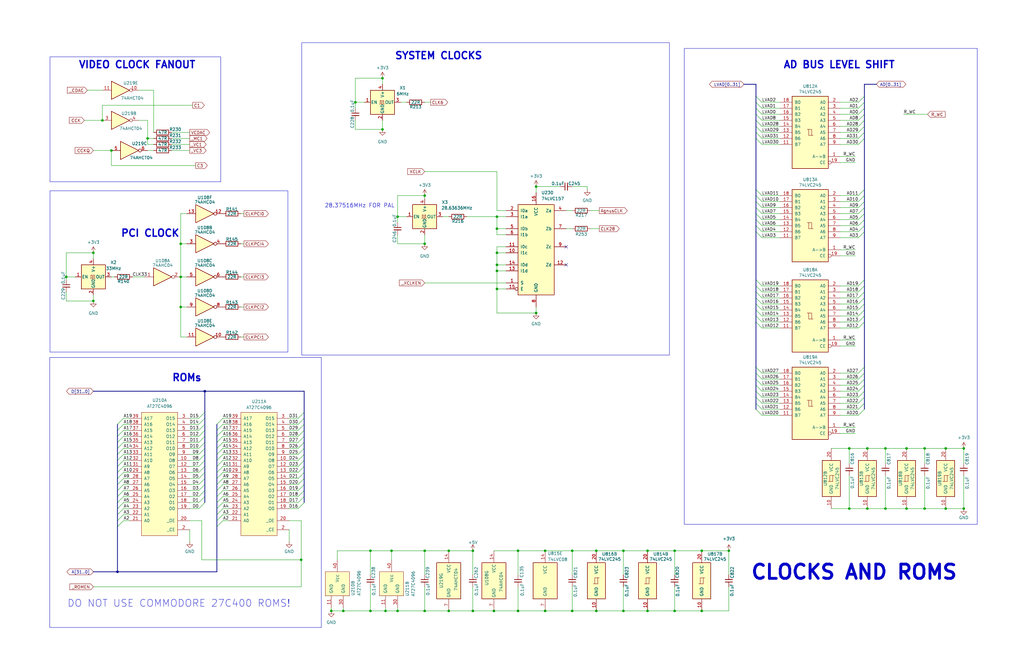
<source format=kicad_sch>
(kicad_sch (version 20231120) (generator "eeschema") (generator_version "8.0")
  (paper "B")
  (title_block (title "AMIGA PCI") (date "2025-05-24") (rev "6.0"))
  (junction (at 382.27 189.23))
  (junction (at 365.76 189.23))
  (junction (at 241.3 257.81))
  (junction (at 262.89 232.41))
  (junction (at 209.55 121.92))
  (junction (at 179.07 232.41))
  (junction (at 144.78 257.81))
  (junction (at 241.3 232.41))
  (junction (at 46.99 63.5))
  (junction (at 156.21 257.81))
  (junction (at 127 236.22))
  (junction (at 49.53 241.3))
  (junction (at 398.78 189.23))
  (junction (at 209.55 96.52))
  (junction (at 218.44 257.81))
  (junction (at 382.27 214.63))
  (junction (at 39.37 127))
  (junction (at 189.23 232.41))
  (junction (at 149.86 43.18))
  (junction (at 208.28 257.81))
  (junction (at 209.55 114.3))
  (junction (at 295.91 232.41))
  (junction (at 358.14 214.63))
  (junction (at 262.89 257.81))
  (junction (at 251.46 257.81))
  (junction (at 373.38 214.63))
  (junction (at 76.2 116.84))
  (junction (at 273.05 257.81))
  (junction (at 209.55 106.68))
  (junction (at 229.87 257.81))
  (junction (at 179.07 102.87))
  (junction (at 295.91 257.81))
  (junction (at 251.46 232.41))
  (junction (at 27.94 116.84))
  (junction (at 39.37 106.68))
  (junction (at 167.64 91.44))
  (junction (at 226.06 78.74))
  (junction (at 406.4 189.23))
  (junction (at 199.39 257.81))
  (junction (at 139.7 257.81))
  (junction (at 161.29 54.61))
  (junction (at 307.34 232.41))
  (junction (at 373.38 189.23))
  (junction (at 76.2 102.87))
  (junction (at 162.56 257.81))
  (junction (at 43.18 50.8))
  (junction (at 179.07 257.81))
  (junction (at 284.48 257.81))
  (junction (at 156.21 232.41))
  (junction (at 406.4 214.63))
  (junction (at 229.87 232.41))
  (junction (at 365.76 214.63))
  (junction (at 226.06 132.08))
  (junction (at 389.89 189.23))
  (junction (at 209.55 111.76))
  (junction (at 86.36 165.1))
  (junction (at 218.44 232.41))
  (junction (at 389.89 214.63))
  (junction (at 179.07 82.55))
  (junction (at 165.1 232.41))
  (junction (at 76.2 129.54))
  (junction (at 167.64 257.81))
  (junction (at 199.39 232.41))
  (junction (at 62.23 58.42))
  (junction (at 273.05 232.41))
  (junction (at 358.14 189.23))
  (junction (at 161.29 33.02))
  (junction (at 284.48 232.41))
  (junction (at 398.78 214.63))
  (junction (at 189.23 257.81))
  (junction (at 209.55 91.44))
  (no_connect (at 238.76 104.14))
  (no_connect (at 238.76 111.76))
  (bus_entry (at 361.95 45.72) (size 2.54 -2.54))
  (bus_entry (at 83.82 194.31) (size 2.54 -2.54))
  (bus_entry (at 93.98 214.63) (size -2.54 2.54))
  (bus_entry (at 321.31 160.02) (size -2.54 -2.54))
  (bus_entry (at 125.73 209.55) (size 2.54 -2.54))
  (bus_entry (at 93.98 194.31) (size -2.54 2.54))
  (bus_entry (at 321.31 167.64) (size -2.54 -2.54))
  (bus_entry (at 83.82 196.85) (size 2.54 -2.54))
  (bus_entry (at 83.82 204.47) (size 2.54 -2.54))
  (bus_entry (at 52.07 207.01) (size -2.54 2.54))
  (bus_entry (at 361.95 95.25) (size 2.54 -2.54))
  (bus_entry (at 93.98 207.01) (size -2.54 2.54))
  (bus_entry (at 321.31 135.89) (size -2.54 -2.54))
  (bus_entry (at 52.07 204.47) (size -2.54 2.54))
  (bus_entry (at 361.95 92.71) (size 2.54 -2.54))
  (bus_entry (at 361.95 43.18) (size 2.54 -2.54))
  (bus_entry (at 52.07 214.63) (size -2.54 2.54))
  (bus_entry (at 361.95 53.34) (size 2.54 -2.54))
  (bus_entry (at 361.95 100.33) (size 2.54 -2.54))
  (bus_entry (at 83.82 181.61) (size 2.54 -2.54))
  (bus_entry (at 361.95 165.1) (size 2.54 -2.54))
  (bus_entry (at 93.98 196.85) (size -2.54 2.54))
  (bus_entry (at 125.73 204.47) (size 2.54 -2.54))
  (bus_entry (at 321.31 85.09) (size -2.54 -2.54))
  (bus_entry (at 52.07 184.15) (size -2.54 2.54))
  (bus_entry (at 93.98 186.69) (size -2.54 2.54))
  (bus_entry (at 361.95 157.48) (size 2.54 -2.54))
  (bus_entry (at 361.95 160.02) (size 2.54 -2.54))
  (bus_entry (at 321.31 162.56) (size -2.54 -2.54))
  (bus_entry (at 83.82 186.69) (size 2.54 -2.54))
  (bus_entry (at 93.98 189.23) (size -2.54 2.54))
  (bus_entry (at 93.98 212.09) (size -2.54 2.54))
  (bus_entry (at 93.98 201.93) (size -2.54 2.54))
  (bus_entry (at 125.73 207.01) (size 2.54 -2.54))
  (bus_entry (at 321.31 53.34) (size -2.54 -2.54))
  (bus_entry (at 52.07 191.77) (size -2.54 2.54))
  (bus_entry (at 83.82 184.15) (size 2.54 -2.54))
  (bus_entry (at 52.07 194.31) (size -2.54 2.54))
  (bus_entry (at 321.31 92.71) (size -2.54 -2.54))
  (bus_entry (at 125.73 179.07) (size 2.54 -2.54))
  (bus_entry (at 52.07 212.09) (size -2.54 2.54))
  (bus_entry (at 321.31 50.8) (size -2.54 -2.54))
  (bus_entry (at 83.82 207.01) (size 2.54 -2.54))
  (bus_entry (at 52.07 176.53) (size -2.54 2.54))
  (bus_entry (at 361.95 162.56) (size 2.54 -2.54))
  (bus_entry (at 321.31 170.18) (size -2.54 -2.54))
  (bus_entry (at 93.98 219.71) (size -2.54 2.54))
  (bus_entry (at 321.31 97.79) (size -2.54 -2.54))
  (bus_entry (at 361.95 120.65) (size 2.54 -2.54))
  (bus_entry (at 52.07 181.61) (size -2.54 2.54))
  (bus_entry (at 93.98 179.07) (size -2.54 2.54))
  (bus_entry (at 83.82 179.07) (size 2.54 -2.54))
  (bus_entry (at 83.82 212.09) (size 2.54 -2.54))
  (bus_entry (at 321.31 123.19) (size -2.54 -2.54))
  (bus_entry (at 52.07 219.71) (size -2.54 2.54))
  (bus_entry (at 125.73 212.09) (size 2.54 -2.54))
  (bus_entry (at 361.95 85.09) (size 2.54 -2.54))
  (bus_entry (at 361.95 48.26) (size 2.54 -2.54))
  (bus_entry (at 52.07 196.85) (size -2.54 2.54))
  (bus_entry (at 125.73 186.69) (size 2.54 -2.54))
  (bus_entry (at 321.31 175.26) (size -2.54 -2.54))
  (bus_entry (at 52.07 209.55) (size -2.54 2.54))
  (bus_entry (at 125.73 189.23) (size 2.54 -2.54))
  (bus_entry (at 361.95 125.73) (size 2.54 -2.54))
  (bus_entry (at 93.98 191.77) (size -2.54 2.54))
  (bus_entry (at 321.31 87.63) (size -2.54 -2.54))
  (bus_entry (at 361.95 128.27) (size 2.54 -2.54))
  (bus_entry (at 321.31 45.72) (size -2.54 -2.54))
  (bus_entry (at 361.95 87.63) (size 2.54 -2.54))
  (bus_entry (at 321.31 48.26) (size -2.54 -2.54))
  (bus_entry (at 321.31 157.48) (size -2.54 -2.54))
  (bus_entry (at 361.95 130.81) (size 2.54 -2.54))
  (bus_entry (at 321.31 43.18) (size -2.54 -2.54))
  (bus_entry (at 321.31 90.17) (size -2.54 -2.54))
  (bus_entry (at 93.98 217.17) (size -2.54 2.54))
  (bus_entry (at 361.95 90.17) (size 2.54 -2.54))
  (bus_entry (at 83.82 176.53) (size 2.54 -2.54))
  (bus_entry (at 361.95 138.43) (size 2.54 -2.54))
  (bus_entry (at 361.95 82.55) (size 2.54 -2.54))
  (bus_entry (at 321.31 130.81) (size -2.54 -2.54))
  (bus_entry (at 83.82 191.77) (size 2.54 -2.54))
  (bus_entry (at 321.31 95.25) (size -2.54 -2.54))
  (bus_entry (at 321.31 125.73) (size -2.54 -2.54))
  (bus_entry (at 361.95 60.96) (size 2.54 -2.54))
  (bus_entry (at 125.73 214.63) (size 2.54 -2.54))
  (bus_entry (at 321.31 55.88) (size -2.54 -2.54))
  (bus_entry (at 321.31 172.72) (size -2.54 -2.54))
  (bus_entry (at 361.95 55.88) (size 2.54 -2.54))
  (bus_entry (at 93.98 181.61) (size -2.54 2.54))
  (bus_entry (at 361.95 135.89) (size 2.54 -2.54))
  (bus_entry (at 125.73 196.85) (size 2.54 -2.54))
  (bus_entry (at 361.95 97.79) (size 2.54 -2.54))
  (bus_entry (at 361.95 172.72) (size 2.54 -2.54))
  (bus_entry (at 125.73 184.15) (size 2.54 -2.54))
  (bus_entry (at 361.95 133.35) (size 2.54 -2.54))
  (bus_entry (at 93.98 176.53) (size -2.54 2.54))
  (bus_entry (at 361.95 175.26) (size 2.54 -2.54))
  (bus_entry (at 321.31 60.96) (size -2.54 -2.54))
  (bus_entry (at 321.31 100.33) (size -2.54 -2.54))
  (bus_entry (at 52.07 189.23) (size -2.54 2.54))
  (bus_entry (at 361.95 58.42) (size 2.54 -2.54))
  (bus_entry (at 52.07 201.93) (size -2.54 2.54))
  (bus_entry (at 321.31 138.43) (size -2.54 -2.54))
  (bus_entry (at 83.82 189.23) (size 2.54 -2.54))
  (bus_entry (at 52.07 179.07) (size -2.54 2.54))
  (bus_entry (at 93.98 204.47) (size -2.54 2.54))
  (bus_entry (at 361.95 50.8) (size 2.54 -2.54))
  (bus_entry (at 321.31 165.1) (size -2.54 -2.54))
  (bus_entry (at 52.07 186.69) (size -2.54 2.54))
  (bus_entry (at 321.31 58.42) (size -2.54 -2.54))
  (bus_entry (at 361.95 123.19) (size 2.54 -2.54))
  (bus_entry (at 125.73 194.31) (size 2.54 -2.54))
  (bus_entry (at 52.07 217.17) (size -2.54 2.54))
  (bus_entry (at 125.73 199.39) (size 2.54 -2.54))
  (bus_entry (at 321.31 82.55) (size -2.54 -2.54))
  (bus_entry (at 125.73 191.77) (size 2.54 -2.54))
  (bus_entry (at 93.98 184.15) (size -2.54 2.54))
  (bus_entry (at 93.98 209.55) (size -2.54 2.54))
  (bus_entry (at 125.73 181.61) (size 2.54 -2.54))
  (bus_entry (at 83.82 199.39) (size 2.54 -2.54))
  (bus_entry (at 321.31 133.35) (size -2.54 -2.54))
  (bus_entry (at 361.95 170.18) (size 2.54 -2.54))
  (bus_entry (at 93.98 199.39) (size -2.54 2.54))
  (bus_entry (at 361.95 167.64) (size 2.54 -2.54))
  (bus_entry (at 125.73 201.93) (size 2.54 -2.54))
  (bus_entry (at 321.31 128.27) (size -2.54 -2.54))
  (bus_entry (at 52.07 199.39) (size -2.54 2.54))
  (bus_entry (at 83.82 201.93) (size 2.54 -2.54))
  (bus_entry (at 125.73 176.53) (size 2.54 -2.54))
  (bus_entry (at 83.82 214.63) (size 2.54 -2.54))
  (bus_entry (at 321.31 120.65) (size -2.54 -2.54))
  (bus_entry (at 83.82 209.55) (size 2.54 -2.54))
  (bus (pts (xy 49.53 191.77) (xy 49.53 194.31)))
  (bus (pts (xy 86.36 165.1) (xy 128.27 165.1)))
  (wire (pts (xy 199.39 242.57) (xy 199.39 232.41)))
  (wire (pts (xy 284.48 257.81) (xy 295.91 257.81)))
  (wire (pts (xy 321.31 90.17) (xy 328.93 90.17)))
  (wire (pts (xy 321.31 45.72) (xy 328.93 45.72)))
  (bus (pts (xy 318.77 170.18) (xy 318.77 167.64)))
  (wire (pts (xy 354.33 107.95) (xy 360.68 107.95)))
  (wire (pts (xy 354.33 182.88) (xy 360.68 182.88)))
  (wire (pts (xy 167.64 256.54) (xy 167.64 257.81)))
  (wire (pts (xy 321.31 60.96) (xy 328.93 60.96)))
  (wire (pts (xy 199.39 257.81) (xy 208.28 257.81)))
  (wire (pts (xy 64.77 58.42) (xy 62.23 58.42)))
  (wire (pts (xy 101.6 90.17) (xy 102.87 90.17)))
  (wire (pts (xy 43.18 44.45) (xy 81.28 44.45)))
  (bus (pts (xy 49.53 184.15) (xy 49.53 186.69)))
  (wire (pts (xy 238.76 96.52) (xy 241.3 96.52)))
  (bus (pts (xy 91.44 196.85) (xy 91.44 199.39)))
  (bus (pts (xy 39.37 241.3) (xy 49.53 241.3)))
  (wire (pts (xy 284.48 257.81) (xy 284.48 247.65)))
  (wire (pts (xy 361.95 43.18) (xy 354.33 43.18)))
  (wire (pts (xy 179.07 232.41) (xy 189.23 232.41)))
  (wire (pts (xy 96.52 219.71) (xy 93.98 219.71)))
  (wire (pts (xy 121.92 189.23) (xy 125.73 189.23)))
  (wire (pts (xy 321.31 50.8) (xy 328.93 50.8)))
  (wire (pts (xy 149.86 33.02) (xy 161.29 33.02)))
  (wire (pts (xy 96.52 196.85) (xy 93.98 196.85)))
  (bus (pts (xy 318.77 43.18) (xy 318.77 40.64)))
  (bus (pts (xy 86.36 186.69) (xy 86.36 189.23)))
  (wire (pts (xy 62.23 58.42) (xy 62.23 60.96)))
  (wire (pts (xy 78.74 142.24) (xy 76.2 142.24)))
  (bus (pts (xy 318.77 97.79) (xy 318.77 95.25)))
  (wire (pts (xy 142.24 232.41) (xy 156.21 232.41)))
  (bus (pts (xy 318.77 162.56) (xy 318.77 160.02)))
  (bus (pts (xy 49.53 241.3) (xy 91.44 241.3)))
  (bus (pts (xy 128.27 186.69) (xy 128.27 189.23)))
  (wire (pts (xy 54.61 184.15) (xy 52.07 184.15)))
  (bus (pts (xy 364.49 172.72) (xy 364.49 170.18)))
  (bus (pts (xy 364.49 160.02) (xy 364.49 157.48)))
  (wire (pts (xy 179.07 247.65) (xy 179.07 257.81)))
  (wire (pts (xy 121.92 186.69) (xy 125.73 186.69)))
  (bus (pts (xy 364.49 95.25) (xy 364.49 92.71)))
  (wire (pts (xy 189.23 232.41) (xy 199.39 232.41)))
  (wire (pts (xy 161.29 33.02) (xy 161.29 35.56)))
  (bus (pts (xy 49.53 222.25) (xy 49.53 241.3)))
  (wire (pts (xy 241.3 232.41) (xy 229.87 232.41)))
  (wire (pts (xy 358.14 189.23) (xy 365.76 189.23)))
  (wire (pts (xy 361.95 87.63) (xy 354.33 87.63)))
  (wire (pts (xy 101.6 142.24) (xy 102.87 142.24)))
  (wire (pts (xy 78.74 90.17) (xy 76.2 90.17)))
  (bus (pts (xy 49.53 201.93) (xy 49.53 204.47)))
  (wire (pts (xy 80.01 194.31) (xy 83.82 194.31)))
  (bus (pts (xy 364.49 125.73) (xy 364.49 123.19)))
  (wire (pts (xy 80.01 209.55) (xy 83.82 209.55)))
  (wire (pts (xy 209.55 72.39) (xy 179.07 72.39)))
  (bus (pts (xy 364.49 170.18) (xy 364.49 167.64)))
  (wire (pts (xy 361.95 170.18) (xy 354.33 170.18)))
  (bus (pts (xy 49.53 214.63) (xy 49.53 217.17)))
  (bus (pts (xy 318.77 58.42) (xy 318.77 55.88)))
  (wire (pts (xy 361.95 95.25) (xy 354.33 95.25)))
  (wire (pts (xy 39.37 106.68) (xy 39.37 109.22)))
  (wire (pts (xy 361.95 172.72) (xy 354.33 172.72)))
  (bus (pts (xy 91.44 181.61) (xy 91.44 184.15)))
  (wire (pts (xy 218.44 232.41) (xy 229.87 232.41)))
  (bus (pts (xy 128.27 199.39) (xy 128.27 201.93)))
  (wire (pts (xy 186.69 91.44) (xy 189.23 91.44)))
  (wire (pts (xy 252.73 96.52) (xy 248.92 96.52)))
  (bus (pts (xy 318.77 85.09) (xy 318.77 82.55)))
  (wire (pts (xy 361.95 58.42) (xy 354.33 58.42)))
  (wire (pts (xy 389.89 200.66) (xy 389.89 214.63)))
  (wire (pts (xy 96.52 179.07) (xy 93.98 179.07)))
  (bus (pts (xy 128.27 209.55) (xy 128.27 212.09)))
  (bus (pts (xy 364.49 123.19) (xy 364.49 120.65)))
  (wire (pts (xy 121.92 184.15) (xy 125.73 184.15)))
  (wire (pts (xy 209.55 88.9) (xy 213.36 88.9)))
  (wire (pts (xy 162.56 257.81) (xy 167.64 257.81)))
  (bus (pts (xy 128.27 196.85) (xy 128.27 199.39)))
  (wire (pts (xy 350.52 189.23) (xy 358.14 189.23)))
  (wire (pts (xy 31.75 116.84) (xy 27.94 116.84)))
  (bus (pts (xy 364.49 154.94) (xy 364.49 135.89)))
  (bus (pts (xy 128.27 204.47) (xy 128.27 207.01)))
  (wire (pts (xy 27.94 106.68) (xy 39.37 106.68)))
  (wire (pts (xy 209.55 121.92) (xy 209.55 132.08)))
  (wire (pts (xy 80.01 181.61) (xy 83.82 181.61)))
  (wire (pts (xy 121.92 199.39) (xy 125.73 199.39)))
  (bus (pts (xy 364.49 92.71) (xy 364.49 90.17)))
  (wire (pts (xy 307.34 242.57) (xy 307.34 232.41)))
  (bus (pts (xy 318.77 165.1) (xy 318.77 162.56)))
  (wire (pts (xy 218.44 257.81) (xy 229.87 257.81)))
  (bus (pts (xy 318.77 125.73) (xy 318.77 123.19)))
  (wire (pts (xy 80.01 196.85) (xy 83.82 196.85)))
  (wire (pts (xy 171.45 91.44) (xy 167.64 91.44)))
  (wire (pts (xy 153.67 43.18) (xy 149.86 43.18)))
  (wire (pts (xy 121.92 204.47) (xy 125.73 204.47)))
  (wire (pts (xy 273.05 257.81) (xy 284.48 257.81)))
  (wire (pts (xy 179.07 232.41) (xy 179.07 242.57)))
  (wire (pts (xy 321.31 120.65) (xy 328.93 120.65)))
  (wire (pts (xy 39.37 63.5) (xy 46.99 63.5)))
  (wire (pts (xy 43.18 50.8) (xy 43.18 44.45)))
  (wire (pts (xy 96.52 191.77) (xy 93.98 191.77)))
  (bus (pts (xy 318.77 118.11) (xy 318.77 97.79)))
  (wire (pts (xy 321.31 55.88) (xy 328.93 55.88)))
  (wire (pts (xy 209.55 111.76) (xy 209.55 114.3)))
  (wire (pts (xy 27.94 127) (xy 39.37 127)))
  (wire (pts (xy 168.91 43.18) (xy 171.45 43.18)))
  (wire (pts (xy 213.36 104.14) (xy 209.55 104.14)))
  (wire (pts (xy 361.95 100.33) (xy 354.33 100.33)))
  (wire (pts (xy 80.01 204.47) (xy 83.82 204.47)))
  (wire (pts (xy 27.94 116.84) (xy 27.94 106.68)))
  (wire (pts (xy 321.31 165.1) (xy 328.93 165.1)))
  (bus (pts (xy 318.77 160.02) (xy 318.77 157.48)))
  (bus (pts (xy 364.49 135.89) (xy 364.49 133.35)))
  (wire (pts (xy 96.52 189.23) (xy 93.98 189.23)))
  (wire (pts (xy 36.83 38.1) (xy 43.18 38.1)))
  (bus (pts (xy 318.77 133.35) (xy 318.77 130.81)))
  (wire (pts (xy 127 236.22) (xy 127 219.71)))
  (wire (pts (xy 209.55 114.3) (xy 213.36 114.3)))
  (wire (pts (xy 365.76 189.23) (xy 373.38 189.23)))
  (bus (pts (xy 128.27 194.31) (xy 128.27 196.85)))
  (wire (pts (xy 80.01 191.77) (xy 83.82 191.77)))
  (wire (pts (xy 165.1 232.41) (xy 179.07 232.41)))
  (bus (pts (xy 91.44 191.77) (xy 91.44 194.31)))
  (wire (pts (xy 241.3 232.41) (xy 251.46 232.41)))
  (bus (pts (xy 49.53 181.61) (xy 49.53 184.15)))
  (wire (pts (xy 361.95 125.73) (xy 354.33 125.73)))
  (wire (pts (xy 262.89 257.81) (xy 262.89 247.65)))
  (wire (pts (xy 398.78 189.23) (xy 406.4 189.23)))
  (wire (pts (xy 321.31 170.18) (xy 328.93 170.18)))
  (wire (pts (xy 321.31 100.33) (xy 328.93 100.33)))
  (wire (pts (xy 167.64 91.44) (xy 167.64 82.55)))
  (wire (pts (xy 361.95 138.43) (xy 354.33 138.43)))
  (bus (pts (xy 318.77 48.26) (xy 318.77 45.72)))
  (bus (pts (xy 364.49 120.65) (xy 364.49 118.11)))
  (wire (pts (xy 361.95 130.81) (xy 354.33 130.81)))
  (bus (pts (xy 128.27 179.07) (xy 128.27 181.61)))
  (wire (pts (xy 209.55 96.52) (xy 209.55 91.44)))
  (wire (pts (xy 321.31 130.81) (xy 328.93 130.81)))
  (wire (pts (xy 373.38 189.23) (xy 373.38 195.58)))
  (wire (pts (xy 382.27 214.63) (xy 389.89 214.63)))
  (wire (pts (xy 54.61 219.71) (xy 52.07 219.71)))
  (bus (pts (xy 91.44 207.01) (xy 91.44 209.55)))
  (wire (pts (xy 27.94 123.19) (xy 27.94 127)))
  (wire (pts (xy 321.31 87.63) (xy 328.93 87.63)))
  (wire (pts (xy 358.14 214.63) (xy 358.14 200.66)))
  (wire (pts (xy 72.39 55.88) (xy 80.01 55.88)))
  (wire (pts (xy 321.31 43.18) (xy 328.93 43.18)))
  (wire (pts (xy 101.6 129.54) (xy 102.87 129.54)))
  (wire (pts (xy 96.52 194.31) (xy 93.98 194.31)))
  (bus (pts (xy 318.77 135.89) (xy 318.77 133.35)))
  (bus (pts (xy 318.77 82.55) (xy 318.77 80.01)))
  (wire (pts (xy 80.01 223.52) (xy 80.01 228.6)))
  (wire (pts (xy 321.31 53.34) (xy 328.93 53.34)))
  (wire (pts (xy 321.31 160.02) (xy 328.93 160.02)))
  (wire (pts (xy 218.44 247.65) (xy 218.44 257.81)))
  (wire (pts (xy 358.14 195.58) (xy 358.14 189.23)))
  (bus (pts (xy 39.37 165.1) (xy 86.36 165.1)))
  (wire (pts (xy 80.01 214.63) (xy 83.82 214.63)))
  (wire (pts (xy 121.92 176.53) (xy 125.73 176.53)))
  (wire (pts (xy 321.31 167.64) (xy 328.93 167.64)))
  (wire (pts (xy 121.92 219.71) (xy 127 219.71)))
  (wire (pts (xy 321.31 175.26) (xy 328.93 175.26)))
  (wire (pts (xy 156.21 257.81) (xy 162.56 257.81)))
  (wire (pts (xy 80.01 179.07) (xy 83.82 179.07)))
  (wire (pts (xy 389.89 189.23) (xy 389.89 195.58)))
  (wire (pts (xy 199.39 247.65) (xy 199.39 257.81)))
  (wire (pts (xy 321.31 95.25) (xy 328.93 95.25)))
  (wire (pts (xy 361.95 53.34) (xy 354.33 53.34)))
  (bus (pts (xy 364.49 58.42) (xy 364.49 55.88)))
  (wire (pts (xy 72.39 58.42) (xy 80.01 58.42)))
  (wire (pts (xy 262.89 242.57) (xy 262.89 232.41)))
  (bus (pts (xy 318.77 40.64) (xy 318.77 35.56)))
  (wire (pts (xy 121.92 209.55) (xy 125.73 209.55)))
  (bus (pts (xy 313.69 35.56) (xy 318.77 35.56)))
  (wire (pts (xy 365.76 214.63) (xy 373.38 214.63)))
  (wire (pts (xy 149.86 43.18) (xy 149.86 33.02)))
  (bus (pts (xy 318.77 120.65) (xy 318.77 118.11)))
  (wire (pts (xy 80.01 176.53) (xy 83.82 176.53)))
  (bus (pts (xy 364.49 128.27) (xy 364.49 125.73)))
  (wire (pts (xy 262.89 232.41) (xy 251.46 232.41)))
  (bus (pts (xy 86.36 194.31) (xy 86.36 196.85)))
  (wire (pts (xy 96.52 207.01) (xy 93.98 207.01)))
  (wire (pts (xy 76.2 142.24) (xy 76.2 129.54)))
  (bus (pts (xy 318.77 53.34) (xy 318.77 50.8)))
  (wire (pts (xy 80.01 212.09) (xy 83.82 212.09)))
  (bus (pts (xy 364.49 43.18) (xy 364.49 40.64)))
  (wire (pts (xy 76.2 129.54) (xy 76.2 116.84)))
  (wire (pts (xy 96.52 199.39) (xy 93.98 199.39)))
  (wire (pts (xy 361.95 85.09) (xy 354.33 85.09)))
  (wire (pts (xy 121.92 181.61) (xy 125.73 181.61)))
  (wire (pts (xy 321.31 48.26) (xy 328.93 48.26)))
  (wire (pts (xy 321.31 128.27) (xy 328.93 128.27)))
  (wire (pts (xy 96.52 184.15) (xy 93.98 184.15)))
  (wire (pts (xy 58.42 38.1) (xy 64.77 38.1)))
  (wire (pts (xy 54.61 199.39) (xy 52.07 199.39)))
  (wire (pts (xy 55.88 116.84) (xy 60.96 116.84)))
  (wire (pts (xy 361.95 128.27) (xy 354.33 128.27)))
  (bus (pts (xy 86.36 181.61) (xy 86.36 184.15)))
  (wire (pts (xy 54.61 191.77) (xy 52.07 191.77)))
  (bus (pts (xy 318.77 80.01) (xy 318.77 58.42)))
  (bus (pts (xy 49.53 209.55) (xy 49.53 212.09)))
  (wire (pts (xy 361.95 50.8) (xy 354.33 50.8)))
  (wire (pts (xy 361.95 123.19) (xy 354.33 123.19)))
  (bus (pts (xy 128.27 184.15) (xy 128.27 186.69)))
  (wire (pts (xy 149.86 54.61) (xy 161.29 54.61)))
  (wire (pts (xy 241.3 78.74) (xy 247.65 78.74)))
  (bus (pts (xy 49.53 186.69) (xy 49.53 189.23)))
  (wire (pts (xy 361.95 167.64) (xy 354.33 167.64)))
  (wire (pts (xy 139.7 257.81) (xy 144.78 257.81)))
  (wire (pts (xy 62.23 58.42) (xy 62.23 50.8)))
  (bus (pts (xy 49.53 179.07) (xy 49.53 181.61)))
  (bus (pts (xy 364.49 167.64) (xy 364.49 165.1)))
  (bus (pts (xy 364.49 55.88) (xy 364.49 53.34)))
  (wire (pts (xy 361.95 157.48) (xy 354.33 157.48)))
  (bus (pts (xy 364.49 45.72) (xy 364.49 43.18)))
  (wire (pts (xy 209.55 132.08) (xy 226.06 132.08)))
  (wire (pts (xy 80.01 189.23) (xy 83.82 189.23)))
  (wire (pts (xy 226.06 78.74) (xy 236.22 78.74)))
  (wire (pts (xy 165.1 232.41) (xy 165.1 236.22)))
  (wire (pts (xy 179.07 82.55) (xy 179.07 83.82)))
  (wire (pts (xy 72.39 60.96) (xy 80.01 60.96)))
  (wire (pts (xy 361.95 175.26) (xy 354.33 175.26)))
  (wire (pts (xy 54.61 189.23) (xy 52.07 189.23)))
  (wire (pts (xy 209.55 99.06) (xy 209.55 96.52)))
  (bus (pts (xy 91.44 184.15) (xy 91.44 186.69)))
  (wire (pts (xy 226.06 132.08) (xy 226.06 129.54)))
  (wire (pts (xy 241.3 257.81) (xy 251.46 257.81)))
  (wire (pts (xy 321.31 82.55) (xy 328.93 82.55)))
  (wire (pts (xy 80.01 199.39) (xy 83.82 199.39)))
  (bus (pts (xy 86.36 179.07) (xy 86.36 181.61)))
  (wire (pts (xy 96.52 186.69) (xy 93.98 186.69)))
  (wire (pts (xy 321.31 162.56) (xy 328.93 162.56)))
  (wire (pts (xy 54.61 217.17) (xy 52.07 217.17)))
  (wire (pts (xy 167.64 91.44) (xy 167.64 93.98)))
  (wire (pts (xy 284.48 232.41) (xy 273.05 232.41)))
  (wire (pts (xy 373.38 214.63) (xy 382.27 214.63)))
  (bus (pts (xy 91.44 222.25) (xy 91.44 241.3)))
  (wire (pts (xy 321.31 97.79) (xy 328.93 97.79)))
  (bus (pts (xy 318.77 90.17) (xy 318.77 87.63)))
  (bus (pts (xy 128.27 201.93) (xy 128.27 204.47)))
  (wire (pts (xy 96.52 217.17) (xy 93.98 217.17)))
  (bus (pts (xy 91.44 199.39) (xy 91.44 201.93)))
  (wire (pts (xy 54.61 201.93) (xy 52.07 201.93)))
  (wire (pts (xy 80.01 186.69) (xy 83.82 186.69)))
  (wire (pts (xy 167.64 82.55) (xy 179.07 82.55)))
  (wire (pts (xy 179.07 119.38) (xy 213.36 119.38)))
  (wire (pts (xy 251.46 257.81) (xy 262.89 257.81)))
  (wire (pts (xy 121.92 207.01) (xy 125.73 207.01)))
  (wire (pts (xy 354.33 66.04) (xy 360.68 66.04)))
  (wire (pts (xy 361.95 162.56) (xy 354.33 162.56)))
  (wire (pts (xy 167.64 99.06) (xy 167.64 102.87)))
  (wire (pts (xy 121.92 214.63) (xy 125.73 214.63)))
  (bus (pts (xy 49.53 189.23) (xy 49.53 191.77)))
  (wire (pts (xy 373.38 189.23) (xy 382.27 189.23)))
  (wire (pts (xy 354.33 105.41) (xy 360.68 105.41)))
  (bus (pts (xy 318.77 87.63) (xy 318.77 85.09)))
  (bus (pts (xy 49.53 196.85) (xy 49.53 199.39)))
  (wire (pts (xy 179.07 257.81) (xy 189.23 257.81)))
  (bus (pts (xy 49.53 199.39) (xy 49.53 201.93)))
  (bus (pts (xy 86.36 204.47) (xy 86.36 207.01)))
  (bus (pts (xy 86.36 184.15) (xy 86.36 186.69)))
  (wire (pts (xy 241.3 257.81) (xy 241.3 247.65)))
  (wire (pts (xy 361.95 135.89) (xy 354.33 135.89)))
  (wire (pts (xy 96.52 181.61) (xy 93.98 181.61)))
  (bus (pts (xy 49.53 217.17) (xy 49.53 219.71)))
  (bus (pts (xy 49.53 212.09) (xy 49.53 214.63)))
  (bus (pts (xy 49.53 219.71) (xy 49.53 222.25)))
  (bus (pts (xy 86.36 189.23) (xy 86.36 191.77)))
  (wire (pts (xy 361.95 60.96) (xy 354.33 60.96)))
  (wire (pts (xy 96.52 214.63) (xy 93.98 214.63)))
  (bus (pts (xy 364.49 82.55) (xy 364.49 80.01)))
  (wire (pts (xy 54.61 186.69) (xy 52.07 186.69)))
  (bus (pts (xy 364.49 87.63) (xy 364.49 85.09)))
  (wire (pts (xy 354.33 180.34) (xy 360.68 180.34)))
  (wire (pts (xy 46.99 116.84) (xy 48.26 116.84)))
  (bus (pts (xy 86.36 165.1) (xy 86.36 173.99)))
  (wire (pts (xy 406.4 195.58) (xy 406.4 189.23)))
  (wire (pts (xy 209.55 72.39) (xy 209.55 88.9)))
  (bus (pts (xy 49.53 204.47) (xy 49.53 207.01)))
  (bus (pts (xy 364.49 130.81) (xy 364.49 128.27)))
  (bus (pts (xy 91.44 194.31) (xy 91.44 196.85)))
  (bus (pts (xy 318.77 172.72) (xy 318.77 170.18)))
  (bus (pts (xy 364.49 85.09) (xy 364.49 82.55)))
  (bus (pts (xy 86.36 173.99) (xy 86.36 176.53)))
  (bus (pts (xy 318.77 130.81) (xy 318.77 128.27)))
  (wire (pts (xy 321.31 138.43) (xy 328.93 138.43)))
  (wire (pts (xy 361.95 97.79) (xy 354.33 97.79)))
  (wire (pts (xy 389.89 214.63) (xy 398.78 214.63)))
  (wire (pts (xy 209.55 111.76) (xy 213.36 111.76)))
  (wire (pts (xy 218.44 232.41) (xy 218.44 242.57)))
  (wire (pts (xy 121.92 194.31) (xy 125.73 194.31)))
  (wire (pts (xy 72.39 63.5) (xy 80.01 63.5)))
  (wire (pts (xy 46.99 69.85) (xy 46.99 63.5)))
  (bus (pts (xy 128.27 181.61) (xy 128.27 184.15)))
  (bus (pts (xy 318.77 45.72) (xy 318.77 43.18)))
  (wire (pts (xy 321.31 135.89) (xy 328.93 135.89)))
  (wire (pts (xy 354.33 143.51) (xy 360.68 143.51)))
  (bus (pts (xy 364.49 40.64) (xy 364.49 35.56)))
  (bus (pts (xy 86.36 191.77) (xy 86.36 194.31)))
  (bus (pts (xy 91.44 189.23) (xy 91.44 191.77)))
  (wire (pts (xy 85.09 236.22) (xy 127 236.22)))
  (bus (pts (xy 364.49 48.26) (xy 364.49 45.72)))
  (bus (pts (xy 364.49 157.48) (xy 364.49 154.94)))
  (wire (pts (xy 208.28 257.81) (xy 218.44 257.81)))
  (wire (pts (xy 80.01 184.15) (xy 83.82 184.15)))
  (wire (pts (xy 262.89 257.81) (xy 273.05 257.81)))
  (bus (pts (xy 128.27 173.99) (xy 128.27 165.1)))
  (bus (pts (xy 364.49 97.79) (xy 364.49 95.25)))
  (bus (pts (xy 364.49 53.34) (xy 364.49 50.8)))
  (wire (pts (xy 121.92 196.85) (xy 125.73 196.85)))
  (wire (pts (xy 58.42 50.8) (xy 62.23 50.8)))
  (wire (pts (xy 209.55 114.3) (xy 209.55 121.92)))
  (bus (pts (xy 91.44 201.93) (xy 91.44 204.47)))
  (wire (pts (xy 76.2 102.87) (xy 76.2 116.84)))
  (wire (pts (xy 209.55 91.44) (xy 213.36 91.44)))
  (wire (pts (xy 127 247.65) (xy 39.37 247.65)))
  (bus (pts (xy 318.77 55.88) (xy 318.77 53.34)))
  (wire (pts (xy 156.21 232.41) (xy 156.21 242.57)))
  (bus (pts (xy 318.77 95.25) (xy 318.77 92.71)))
  (wire (pts (xy 54.61 194.31) (xy 52.07 194.31)))
  (wire (pts (xy 307.34 257.81) (xy 307.34 247.65)))
  (wire (pts (xy 96.52 212.09) (xy 93.98 212.09)))
  (bus (pts (xy 128.27 176.53) (xy 128.27 179.07)))
  (wire (pts (xy 96.52 204.47) (xy 93.98 204.47)))
  (wire (pts (xy 179.07 99.06) (xy 179.07 102.87)))
  (wire (pts (xy 229.87 257.81) (xy 241.3 257.81)))
  (bus (pts (xy 364.49 162.56) (xy 364.49 160.02)))
  (wire (pts (xy 262.89 232.41) (xy 273.05 232.41)))
  (wire (pts (xy 76.2 116.84) (xy 78.74 116.84)))
  (bus (pts (xy 364.49 133.35) (xy 364.49 130.81)))
  (wire (pts (xy 167.64 257.81) (xy 179.07 257.81)))
  (wire (pts (xy 96.52 176.53) (xy 93.98 176.53)))
  (wire (pts (xy 354.33 146.05) (xy 360.68 146.05)))
  (bus (pts (xy 364.49 80.01) (xy 364.49 58.42)))
  (wire (pts (xy 208.28 232.41) (xy 218.44 232.41)))
  (wire (pts (xy 35.56 50.8) (xy 43.18 50.8)))
  (wire (pts (xy 142.24 232.41) (xy 142.24 236.22)))
  (wire (pts (xy 196.85 91.44) (xy 209.55 91.44)))
  (bus (pts (xy 318.77 128.27) (xy 318.77 125.73)))
  (wire (pts (xy 321.31 92.71) (xy 328.93 92.71)))
  (wire (pts (xy 162.56 256.54) (xy 162.56 257.81)))
  (wire (pts (xy 321.31 133.35) (xy 328.93 133.35)))
  (bus (pts (xy 91.44 204.47) (xy 91.44 207.01)))
  (bus (pts (xy 91.44 217.17) (xy 91.44 219.71)))
  (wire (pts (xy 382.27 189.23) (xy 389.89 189.23)))
  (wire (pts (xy 76.2 90.17) (xy 76.2 102.87)))
  (bus (pts (xy 91.44 219.71) (xy 91.44 222.25)))
  (wire (pts (xy 127 247.65) (xy 127 236.22)))
  (bus (pts (xy 318.77 154.94) (xy 318.77 135.89)))
  (wire (pts (xy 96.52 201.93) (xy 93.98 201.93)))
  (wire (pts (xy 389.89 189.23) (xy 398.78 189.23)))
  (wire (pts (xy 241.3 88.9) (xy 238.76 88.9)))
  (wire (pts (xy 149.86 43.18) (xy 149.86 45.72)))
  (bus (pts (xy 49.53 194.31) (xy 49.53 196.85)))
  (bus (pts (xy 364.49 118.11) (xy 364.49 97.79)))
  (bus (pts (xy 318.77 50.8) (xy 318.77 48.26)))
  (bus (pts (xy 364.49 90.17) (xy 364.49 87.63)))
  (bus (pts (xy 128.27 189.23) (xy 128.27 191.77)))
  (wire (pts (xy 361.95 160.02) (xy 354.33 160.02)))
  (bus (pts (xy 86.36 201.93) (xy 86.36 204.47)))
  (wire (pts (xy 213.36 121.92) (xy 209.55 121.92)))
  (wire (pts (xy 80.01 207.01) (xy 83.82 207.01)))
  (wire (pts (xy 252.73 88.9) (xy 248.92 88.9)))
  (wire (pts (xy 406.4 200.66) (xy 406.4 214.63)))
  (wire (pts (xy 398.78 214.63) (xy 406.4 214.63)))
  (wire (pts (xy 307.34 232.41) (xy 295.91 232.41)))
  (wire (pts (xy 54.61 207.01) (xy 52.07 207.01)))
  (bus (pts (xy 91.44 214.63) (xy 91.44 217.17)))
  (wire (pts (xy 64.77 38.1) (xy 64.77 55.88)))
  (wire (pts (xy 27.94 116.84) (xy 27.94 118.11)))
  (bus (pts (xy 128.27 207.01) (xy 128.27 209.55)))
  (wire (pts (xy 247.65 78.74) (xy 247.65 80.01)))
  (wire (pts (xy 209.55 106.68) (xy 209.55 111.76)))
  (wire (pts (xy 139.7 256.54) (xy 139.7 257.81)))
  (wire (pts (xy 54.61 214.63) (xy 52.07 214.63)))
  (wire (pts (xy 321.31 58.42) (xy 328.93 58.42)))
  (wire (pts (xy 361.95 92.71) (xy 354.33 92.71)))
  (wire (pts (xy 179.07 43.18) (xy 181.61 43.18)))
  (wire (pts (xy 321.31 157.48) (xy 328.93 157.48)))
  (wire (pts (xy 361.95 90.17) (xy 354.33 90.17)))
  (wire (pts (xy 121.92 191.77) (xy 125.73 191.77)))
  (wire (pts (xy 62.23 60.96) (xy 64.77 60.96)))
  (bus (pts (xy 86.36 176.53) (xy 86.36 179.07)))
  (wire (pts (xy 361.95 55.88) (xy 354.33 55.88)))
  (bus (pts (xy 91.44 186.69) (xy 91.44 189.23)))
  (wire (pts (xy 209.55 106.68) (xy 213.36 106.68)))
  (bus (pts (xy 364.49 50.8) (xy 364.49 48.26)))
  (bus (pts (xy 86.36 209.55) (xy 86.36 212.09)))
  (wire (pts (xy 101.6 116.84) (xy 102.87 116.84)))
  (wire (pts (xy 213.36 96.52) (xy 209.55 96.52)))
  (wire (pts (xy 121.92 212.09) (xy 125.73 212.09)))
  (bus (pts (xy 91.44 179.07) (xy 91.44 181.61)))
  (wire (pts (xy 295.91 257.81) (xy 307.34 257.81)))
  (wire (pts (xy 199.39 257.81) (xy 189.23 257.81)))
  (wire (pts (xy 350.52 214.63) (xy 358.14 214.63)))
  (wire (pts (xy 64.77 63.5) (xy 62.23 63.5)))
  (wire (pts (xy 121.92 179.07) (xy 125.73 179.07)))
  (wire (pts (xy 361.95 45.72) (xy 354.33 45.72)))
  (wire (pts (xy 39.37 124.46) (xy 39.37 127)))
  (bus (pts (xy 364.49 165.1) (xy 364.49 162.56)))
  (wire (pts (xy 149.86 50.8) (xy 149.86 54.61)))
  (wire (pts (xy 85.09 219.71) (xy 85.09 236.22)))
  (wire (pts (xy 80.01 219.71) (xy 85.09 219.71)))
  (wire (pts (xy 284.48 232.41) (xy 295.91 232.41)))
  (wire (pts (xy 361.95 48.26) (xy 354.33 48.26)))
  (wire (pts (xy 156.21 232.41) (xy 165.1 232.41)))
  (wire (pts (xy 321.31 125.73) (xy 328.93 125.73)))
  (wire (pts (xy 101.6 102.87) (xy 102.87 102.87)))
  (bus (pts (xy 318.77 92.71) (xy 318.77 90.17)))
  (bus (pts (xy 318.77 167.64) (xy 318.77 165.1)))
  (wire (pts (xy 321.31 123.19) (xy 328.93 123.19)))
  (wire (pts (xy 391.16 48.26) (xy 381 48.26)))
  (wire (pts (xy 54.61 196.85) (xy 52.07 196.85)))
  (wire (pts (xy 161.29 50.8) (xy 161.29 54.61)))
  (bus (pts (xy 318.77 123.19) (xy 318.77 120.65)))
  (bus (pts (xy 86.36 207.01) (xy 86.36 209.55)))
  (wire (pts (xy 213.36 99.06) (xy 209.55 99.06)))
  (wire (pts (xy 361.95 82.55) (xy 354.33 82.55)))
  (bus (pts (xy 364.49 35.56) (xy 369.57 35.56)))
  (bus (pts (xy 128.27 173.99) (xy 128.27 176.53)))
  (wire (pts (xy 54.61 209.55) (xy 52.07 209.55)))
  (bus (pts (xy 318.77 157.48) (xy 318.77 154.94)))
  (wire (pts (xy 144.78 257.81) (xy 156.21 257.81)))
  (wire (pts (xy 284.48 242.57) (xy 284.48 232.41)))
  (wire (pts (xy 121.92 201.93) (xy 125.73 201.93)))
  (wire (pts (xy 76.2 129.54) (xy 78.74 129.54)))
  (wire (pts (xy 96.52 209.55) (xy 93.98 209.55)))
  (wire (pts (xy 241.3 242.57) (xy 241.3 232.41)))
  (bus (pts (xy 86.36 199.39) (xy 86.36 201.93)))
  (wire (pts (xy 156.21 247.65) (xy 156.21 257.81)))
  (wire (pts (xy 358.14 214.63) (xy 365.76 214.63)))
  (wire (pts (xy 209.55 104.14) (xy 209.55 106.68)))
  (wire (pts (xy 226.06 78.74) (xy 226.06 81.28)))
  (wire (pts (xy 76.2 102.87) (xy 78.74 102.87)))
  (bus (pts (xy 49.53 207.01) (xy 49.53 209.55)))
  (bus (pts (xy 128.27 191.77) (xy 128.27 194.31)))
  (wire (pts (xy 144.78 256.54) (xy 144.78 257.81)))
  (wire (pts (xy 167.64 102.87) (xy 179.07 102.87)))
  (wire (pts (xy 54.61 181.61) (xy 52.07 181.61)))
  (wire (pts (xy 321.31 85.09) (xy 328.93 85.09)))
  (wire (pts (xy 361.95 120.65) (xy 354.33 120.65)))
  (wire (pts (xy 361.95 165.1) (xy 354.33 165.1)))
  (wire (pts (xy 46.99 69.85) (xy 82.55 69.85)))
  (wire (pts (xy 361.95 133.35) (xy 354.33 133.35)))
  (bus (pts (xy 91.44 209.55) (xy 91.44 212.09)))
  (wire (pts (xy 54.61 179.07) (xy 52.07 179.07)))
  (bus (pts (xy 86.36 196.85) (xy 86.36 199.39)))
  (wire (pts (xy 80.01 201.93) (xy 83.82 201.93)))
  (wire (pts (xy 354.33 68.58) (xy 360.68 68.58)))
  (wire (pts (xy 54.61 204.47) (xy 52.07 204.47)))
  (wire (pts (xy 54.61 176.53) (xy 52.07 176.53)))
  (wire (pts (xy 321.31 172.72) (xy 328.93 172.72)))
  (wire (pts (xy 373.38 200.66) (xy 373.38 214.63)))
  (wire (pts (xy 54.61 212.09) (xy 52.07 212.09)))
  (bus (pts (xy 91.44 212.09) (xy 91.44 214.63)))
  (wire (pts (xy 121.92 223.52) (xy 121.92 228.6)))
  (rectangle (start 21.082 80.518) (end 121.412 148.59))
  (rectangle (start 21.082 24.003) (end 93.091 76.708))
  (rectangle (start 288.544 20.447) (end 412.115 221.234))
  (rectangle (start 127.254 18.034) (end 282.3 149.86))
  (rectangle (start 20.955 150.876) (end 135.509 264.795))
  (text "AD BUS LEVEL SHIFT" (at 330.2 29.21 0) (effects (font (size 3 3) (thickness 0.6) (bold yes)) (justify left bottom)))
  (text "PCI CLOCK" (at 50.8 100.33 0) (effects (font (size 3 3) (thickness 0.6) (bold yes)) (justify left bottom)))
  (text "28.37516MHz FOR PAL" (at 136.906 87.884 0) (effects (font (size 1.7 1.7)) (justify left bottom)))
  (text "SYSTEM CLOCKS" (at 166.37 25.4 0) (effects (font (size 3 3) (thickness 0.6) (bold yes)) (justify left bottom)))
  (text "DO NOT USE COMMODORE 27C400 ROMS!" (at 75.438 254.762 0) (effects (font (size 3 3))))
  (text "CLOCKS AND ROMS" (at 316.23 245.11 0) (effects (font (size 6 6) (thickness 1.2) (bold yes)) (justify left bottom)))
  (text "VIDEO CLOCK FANOUT" (at 33.02 29.21 0) (effects (font (size 3 3) (bold yes)) (justify left bottom)))
  (text "ROMs" (at 72.39 161.29 0) (effects (font (size 3 3) (thickness 0.6) (bold yes)) (justify left bottom)))
  (label "D3" (at 83.82 207.01 180))
  (label "A14" (at 52.07 189.23 0))
  (label "A7" (at 93.98 207.01 0))
  (label "D27" (at 125.73 186.69 180))
  (label "D16" (at 125.73 214.63 180))
  (label "AD31" (at 361.95 58.42 180))
  (label "D19" (at 125.73 207.01 180))
  (label "AD12" (at 361.95 138.43 180))
  (label "D14" (at 83.82 179.07 180))
  (label "A18" (at 52.07 179.07 0))
  (label "LVAD8" (at 321.31 50.8 0))
  (label "GND" (at 360.68 107.95 180))
  (label "AD26" (at 361.95 160.02 180))
  (label "D24" (at 125.73 194.31 180))
  (label "A19" (at 52.07 176.53 0))
  (label "LVAD13" (at 321.31 135.89 0))
  (label "R_WC" (at 360.68 143.51 180))
  (label "D22" (at 125.73 199.39 180))
  (label "D31" (at 125.73 176.53 180))
  (label "AD3" (at 361.95 100.33 180))
  (label "AD29" (at 361.95 55.88 180))
  (label "A2" (at 93.98 219.71 0))
  (label "LVAD26" (at 321.31 160.02 0))
  (label "A2" (at 52.07 219.71 0))
  (label "A11" (at 52.07 196.85 0))
  (label "A11" (at 93.98 196.85 0))
  (label "AD6" (at 361.95 95.25 180))
  (label "LVAD20" (at 321.31 175.26 0))
  (label "LVAD21" (at 321.31 172.72 0))
  (label "D13" (at 83.82 181.61 180))
  (label "A14" (at 93.98 189.23 0))
  (label "A3" (at 52.07 217.17 0))
  (label "A3" (at 93.98 217.17 0))
  (label "AD28" (at 361.95 53.34 180))
  (label "A15" (at 93.98 186.69 0))
  (label "D2" (at 83.82 209.55 180))
  (label "LVAD28" (at 321.31 53.34 0))
  (label "A15" (at 52.07 186.69 0))
  (label "AD5" (at 361.95 92.71 180))
  (label "D8" (at 83.82 194.31 180))
  (label "D20" (at 125.73 204.47 180))
  (label "AD25" (at 361.95 162.56 180))
  (label "AD23" (at 361.95 167.64 180))
  (label "D9" (at 83.82 191.77 180))
  (label "A6" (at 93.98 209.55 0))
  (label "GND" (at 360.68 182.88 180))
  (label "D15" (at 83.82 176.53 180))
  (label "A16" (at 52.07 184.15 0))
  (label "LVAD15" (at 321.31 130.81 0))
  (label "AD19" (at 361.95 120.65 180))
  (label "GND" (at 360.68 146.05 180))
  (label "A12" (at 93.98 194.31 0))
  (label "AD7" (at 361.95 90.17 180))
  (label "LVAD25" (at 321.31 162.56 0))
  (label "D5" (at 83.82 201.93 180))
  (label "D26" (at 125.73 189.23 180))
  (label "D23" (at 125.73 196.85 180))
  (label "GND" (at 360.68 68.58 180))
  (label "LVAD6" (at 321.31 95.25 0))
  (label "LVAD2" (at 321.31 43.18 0))
  (label "A5" (at 93.98 212.09 0))
  (label "AD13" (at 361.95 135.89 180))
  (label "LVAD4" (at 321.31 97.79 0))
  (label "A5" (at 52.07 212.09 0))
  (label "A19" (at 93.98 176.53 0))
  (label "D25" (at 125.73 191.77 180))
  (label "D29" (at 125.73 181.61 180))
  (label "LVAD1" (at 321.31 45.72 0))
  (label "LVAD7" (at 321.31 90.17 0))
  (label "LVAD22" (at 321.31 170.18 0))
  (label "AD15" (at 361.95 130.81 180))
  (label "A10" (at 93.98 199.39 0))
  (label "LVAD9" (at 321.31 87.63 0))
  (label "AD22" (at 361.95 170.18 180))
  (label "LVAD18" (at 321.31 123.19 0))
  (label "R_WC" (at 381 48.26 0))
  (label "LVAD27" (at 321.31 157.48 0))
  (label "AD0" (at 361.95 48.26 180))
  (label "AD20" (at 361.95 175.26 180))
  (label "A13" (at 93.98 191.77 0))
  (label "A18" (at 93.98 179.07 0))
  (label "AD11" (at 361.95 82.55 180))
  (label "LVAD5" (at 321.31 92.71 0))
  (label "AD27" (at 361.95 157.48 180))
  (label "A8" (at 52.07 204.47 0))
  (label "CLK33" (at 55.88 116.84 0))
  (label "D11" (at 83.82 186.69 180))
  (label "R_WC" (at 360.68 66.04 180))
  (label "D12" (at 83.82 184.15 180))
  (label "LVAD19" (at 321.31 120.65 0))
  (label "LVAD10" (at 321.31 85.09 0))
  (label "A4" (at 52.07 214.63 0))
  (label "D28" (at 125.73 184.15 180))
  (label "D1" (at 83.82 212.09 180))
  (label "R_WC" (at 360.68 105.41 180))
  (label "A4" (at 93.98 214.63 0))
  (label "LVAD30" (at 321.31 60.96 0))
  (label "AD24" (at 361.95 165.1 180))
  (label "AD10" (at 361.95 85.09 180))
  (label "A17" (at 52.07 181.61 0))
  (label "A17" (at 93.98 181.61 0))
  (label "AD30" (at 361.95 60.96 180))
  (label "AD2" (at 361.95 43.18 180))
  (label "LVAD12" (at 321.31 138.43 0))
  (label "AD1" (at 361.95 45.72 180))
  (label "D10" (at 83.82 189.23 180))
  (label "A13" (at 52.07 191.77 0))
  (label "AD8" (at 361.95 50.8 180))
  (label "LVAD24" (at 321.31 165.1 0))
  (label "D17" (at 125.73 212.09 180))
  (label "LVAD3" (at 321.31 100.33 0))
  (label "LVAD29" (at 321.31 55.88 0))
  (label "D30" (at 125.73 179.07 180))
  (label "LVAD0" (at 321.31 48.26 0))
  (label "D6" (at 83.82 199.39 180))
  (label "D21" (at 125.73 201.93 180))
  (label "A7" (at 52.07 207.01 0))
  (label "AD14" (at 361.95 133.35 180))
  (label "LVAD11" (at 321.31 82.55 0))
  (label "A9" (at 93.98 201.93 0))
  (label "D0" (at 83.82 214.63 180))
  (label "R_WC" (at 360.68 180.34 180))
  (label "A8" (at 93.98 204.47 0))
  (label "LVAD23" (at 321.31 167.64 0))
  (label "A6" (at 52.07 209.55 0))
  (label "AD17" (at 361.95 125.73 180))
  (label "D18" (at 125.73 209.55 180))
  (label "AD21" (at 361.95 172.72 180))
  (label "D4" (at 83.82 204.47 180))
  (label "AD16" (at 361.95 128.27 180))
  (label "LVAD14" (at 321.31 133.35 0))
  (label "A12" (at 52.07 194.31 0))
  (label "LVAD31" (at 321.31 58.42 0))
  (label "A16" (at 93.98 184.15 0))
  (label "LVAD16" (at 321.31 128.27 0))
  (label "D7" (at 83.82 196.85 180))
  (label "AD4" (at 361.95 97.79 180))
  (label "A9" (at 52.07 201.93 0))
  (label "A10" (at 52.07 199.39 0))
  (label "AD9" (at 361.95 87.63 180))
  (label "AD18" (at 361.95 123.19 180))
  (label "LVAD17" (at 321.31 125.73 0))
  (global_label "C1" (shape output) (at 81.28 44.45 0) (property "Intersheetrefs" "${INTERSHEET_REFS}" (at 86.6653 44.45 0) (effects (justify left))))
  (global_label "_XCLKEN" (shape input) (at 179.07 119.38 180) (property "Intersheetrefs" "${INTERSHEET_REFS}" (at 167.9395 119.38 0) (effects (justify right))))
  (global_label "XCLK" (shape input) (at 179.07 72.39 180) (property "Intersheetrefs" "${INTERSHEET_REFS}" (at 171.3866 72.39 0) (effects (justify right))))
  (global_label "CCK" (shape input) (at 35.56 50.8 180) (effects (font (size 1.2954 1.2954))) (property "Intersheetrefs" "${INTERSHEET_REFS}" (at 28.7104 50.8 0) (effects (justify right))))
  (global_label "_MC1" (shape output) (at 80.01 58.42 0) (property "Intersheetrefs" "${INTERSHEET_REFS}" (at 87.8143 58.42 0) (effects (justify left))))
  (global_label "_ROMEN" (shape input) (at 39.37 247.65 180) (property "Intersheetrefs" "${INTERSHEET_REFS}" (at 28.8858 247.65 0) (effects (justify right))))
  (global_label "CLKPCI4" (shape output) (at 102.87 102.87 0) (property "Intersheetrefs" "${INTERSHEET_REFS}" (at 113.6982 102.87 0) (effects (justify left))))
  (global_label "_VC1" (shape output) (at 80.01 60.96 0) (property "Intersheetrefs" "${INTERSHEET_REFS}" (at 87.4515 60.96 0) (effects (justify left))))
  (global_label "D[31..0]" (shape bidirectional) (at 39.37 165.1 180) (property "Intersheetrefs" "${INTERSHEET_REFS}" (at 45.085 162.179 0) (effects (justify right))))
  (global_label "CLKPCI2" (shape output) (at 102.87 129.54 0) (property "Intersheetrefs" "${INTERSHEET_REFS}" (at 113.6982 129.54 0) (effects (justify left))))
  (global_label "LVAD[0..31]" (shape bidirectional) (at 313.69 35.56 180) (property "Intersheetrefs" "${INTERSHEET_REFS}" (at 298.5867 35.56 0) (effects (justify right))))
  (global_label "VCDAC" (shape output) (at 80.01 55.88 0) (property "Intersheetrefs" "${INTERSHEET_REFS}" (at 88.903 55.88 0) (effects (justify left))))
  (global_label "CLKPCI1" (shape output) (at 102.87 142.24 0) (property "Intersheetrefs" "${INTERSHEET_REFS}" (at 113.6982 142.24 0) (effects (justify left))))
  (global_label "AD[0..31]" (shape bidirectional) (at 369.57 35.56 0) (property "Intersheetrefs" "${INTERSHEET_REFS}" (at 381.6676 37.973 0) (effects (justify left))))
  (global_label "CLK6" (shape output) (at 181.61 43.18 0) (property "Intersheetrefs" "${INTERSHEET_REFS}" (at 189.3728 43.18 0) (effects (justify left))))
  (global_label "_CDAC" (shape input) (at 36.83 38.1 180) (effects (font (size 1.2954 1.2954))) (property "Intersheetrefs" "${INTERSHEET_REFS}" (at 27.8831 38.1 0) (effects (justify right))))
  (global_label "CLKPCI3" (shape output) (at 102.87 116.84 0) (property "Intersheetrefs" "${INTERSHEET_REFS}" (at 113.6982 116.84 0) (effects (justify left))))
  (global_label "CLK28" (shape output) (at 252.73 96.52 0) (property "Intersheetrefs" "${INTERSHEET_REFS}" (at 261.7023 96.52 0) (effects (justify left))))
  (global_label "AgnusCLK" (shape output) (at 252.73 88.9 0) (effects (font (size 1.2954 1.2954))) (property "Intersheetrefs" "${INTERSHEET_REFS}" (at 265.0079 88.9 0) (effects (justify left))))
  (global_label "_VC3" (shape output) (at 80.01 63.5 0) (property "Intersheetrefs" "${INTERSHEET_REFS}" (at 87.4515 63.5 0) (effects (justify left))))
  (global_label "CCKQ" (shape input) (at 39.37 63.5 180) (effects (font (size 1.2954 1.2954))) (property "Intersheetrefs" "${INTERSHEET_REFS}" (at 31.1633 63.5 0) (effects (justify right))))
  (global_label "A[31..0]" (shape bidirectional) (at 39.37 241.3 180) (property "Intersheetrefs" "${INTERSHEET_REFS}" (at 42.418 238.125 0) (effects (justify right))))
  (global_label "C3" (shape output) (at 82.55 69.85 0) (property "Intersheetrefs" "${INTERSHEET_REFS}" (at 87.9353 69.85 0) (effects (justify left))))
  (global_label "R_WC" (shape input) (at 391.16 48.26 0) (property "Intersheetrefs" "${INTERSHEET_REFS}" (at 391.414 45.466 0) (effects (justify left))))
  (global_label "CLKPCI0" (shape output) (at 102.87 90.17 0) (property "Intersheetrefs" "${INTERSHEET_REFS}" (at 113.6982 90.17 0) (effects (justify left))))
  (symbol (lib_id "Device:C_Small") (at 241.3 245.11 180) (unit 1)
    (property "Reference" "C821" (at 242.697 239.014 90) (effects (justify left)))
    (property "Value" "0.1uF" (at 242.57 246.507 90) (effects (justify left)))
    (property "Footprint" "Capacitor_SMD:C_0603_1608Metric" (effects (hide yes)))
  )
  (symbol (lib_id "Device:R") (at 175.26 43.18 270) (mirror x) (unit 1)
    (property "Reference" "R213" (at 175.26 45.085 90))
    (property "Value" "22R" (at 175.26 43.18 90))
    (property "Footprint" "Resistor_SMD:R_0603_1608Metric" (effects (hide yes)))
  )
  (symbol (lib_id "Device:C_Small") (at 406.4 198.12 0) (unit 1)
    (property "Reference" "C819" (at 407.797 196.215 90) (effects (justify left)))
    (property "Value" "0.1uF" (at 407.797 206.502 90) (effects (justify left)))
    (property "Footprint" "Capacitor_SMD:C_0603_1608Metric" (effects (hide yes)))
  )
  (symbol (lib_id "74xx:74LS08") (at 229.87 245.11 0) (unit 5)
    (property "Reference" "U815" (at 230.886 233.553 0) (effects (justify left)))
    (property "Value" "74LVC08" (at 230.886 236.093 0) (effects (justify left)))
    (property "Footprint" "Package_SO:TSSOP-14_4.4x5mm_P0.65mm" (effects (hide yes)))
    (property "Datasheet" "http://www.ti.com/lit/gpn/sn74LS08" (effects (hide yes)))
  )
  (symbol (lib_id "Device:C_Small") (at 149.86 48.26 0) (mirror y) (unit 1)
    (property "Reference" "C228" (at 148.59 54.229 90) (effects (justify left)))
    (property "Value" "0.1uF" (at 148.59 47.498 90) (effects (justify left)))
    (property "Footprint" "Capacitor_SMD:C_0603_1608Metric" (effects (hide yes)))
  )
  (symbol (lib_id "Device:C_Small") (at 156.21 245.11 0) (unit 1)
    (property "Reference" "C238" (at 157.48 244.221 90) (effects (justify left)))
    (property "Value" "0.1uF" (at 157.607 251.333 90) (effects (justify left)))
    (property "Footprint" "Capacitor_SMD:C_0603_1608Metric" (effects (hide yes)))
    (instances (project "AmigaPCI Mainboard" (path "" (reference "C238") (unit 1))) (project "2000ATX" (path "" (reference "C918") (unit 1))))
  )
  (symbol (lib_id "AmigaPCI-Symbols:74LVC245") (at 350.52 201.93 0) (unit 2)
    (property "Reference" "U812" (at 347.98 201.93 90))
    (property "Value" "74LVC245" (at 353.06 201.93 90))
    (property "Footprint" "Package_SO:TSSOP-20_4.4x6.5mm_P0.65mm" (effects (hide yes)))
    (property "Datasheet" "http://www.ti.com/lit/gpn/sn74LS245" (effects (hide yes)))
  )
  (symbol (lib_id "Device:C_Small") (at 238.76 78.74 90) (unit 1)
    (property "Reference" "C245" (at 244.729 77.47 90) (effects (justify left)))
    (property "Value" "0.1uF" (at 237.998 77.47 90) (effects (justify left)))
    (property "Footprint" "Capacitor_SMD:C_0603_1608Metric" (effects (hide yes)))
  )
  (symbol (lib_id "AmigaPCI-Symbols:74LVC245") (at 251.46 245.11 0) (unit 2)
    (property "Reference" "U816" (at 257.048 233.807 0))
    (property "Value" "74LVC245" (at 257.048 235.966 0))
    (property "Footprint" "Package_SO:TSSOP-20_4.4x6.5mm_P0.65mm" (effects (hide yes)))
    (property "Datasheet" "http://www.ti.com/lit/gpn/sn74LS245" (effects (hide yes)))
  )
  (symbol (lib_id "AmigaPCI-Symbols:74LVC245") (at 273.05 245.11 0) (unit 2)
    (property "Reference" "U814" (at 278.638 233.807 0))
    (property "Value" "74LVC245" (at 278.638 235.966 0))
    (property "Footprint" "Package_SO:TSSOP-20_4.4x6.5mm_P0.65mm" (effects (hide yes)))
    (property "Datasheet" "http://www.ti.com/lit/gpn/sn74LS245" (effects (hide yes)))
  )
  (symbol (lib_id "power:GND") (at 226.06 132.08 0) (unit 1)
    (property "Reference" "#PWR0330" (effects (hide yes)))
    (property "Value" "GND" (at 226.06 136.652 0))
  )
  (symbol (lib_id "AmigaPCI-Symbols:74LVC245") (at 341.63 95.25 0) (mirror y) (unit 1)
    (property "Reference" "U813" (at 341.63 75.7682 0))
    (property "Value" "74LVC245" (at 341.63 78.0796 0))
    (property "Footprint" "Package_SO:TSSOP-20_4.4x6.5mm_P0.65mm" (effects (hide yes)))
    (property "Datasheet" "http://www.ti.com/lit/gpn/sn74LS245" (effects (hide yes)))
  )
  (symbol (lib_id "AmigaPCI-Symbols:74LVC245") (at 398.78 201.93 0) (unit 2)
    (property "Reference" "U819" (at 396.24 201.93 90))
    (property "Value" "74LVC245" (at 401.32 201.93 90))
    (property "Footprint" "Package_SO:TSSOP-20_4.4x6.5mm_P0.65mm" (effects (hide yes)))
    (property "Datasheet" "http://www.ti.com/lit/gpn/sn74LS245" (effects (hide yes)))
  )
  (symbol (lib_id "power:+5V") (at 199.39 232.41 0) (unit 1)
    (property "Reference" "#PWR020" (effects (hide yes)))
    (property "Value" "+5V" (at 199.39 228.9081 0))
  )
  (symbol (lib_id "Device:C_Small") (at 284.48 245.11 180) (unit 1)
    (property "Reference" "C820" (at 285.623 238.9632 90) (effects (justify left)))
    (property "Value" "0.1uF" (at 285.75 246.3292 90) (effects (justify left)))
    (property "Footprint" "Capacitor_SMD:C_0603_1608Metric" (effects (hide yes)))
  )
  (symbol (lib_id "Device:C_Small") (at 373.38 198.12 0) (unit 1)
    (property "Reference" "C817" (at 374.777 196.215 90) (effects (justify left)))
    (property "Value" "0.1uF" (at 374.777 206.502 90) (effects (justify left)))
    (property "Footprint" "Capacitor_SMD:C_0603_1608Metric" (effects (hide yes)))
  )
  (symbol (lib_id "power:+3V3") (at 179.07 82.55 0) (unit 1)
    (property "Reference" "#PWR028" (effects (hide yes)))
    (property "Value" "+3V3" (at 179.07 78.105 0))
  )
  (symbol (lib_id "Device:C_Small") (at 218.44 245.11 0) (unit 1)
    (property "Reference" "C135" (at 219.964 243.84 90) (effects (justify left)))
    (property "Value" "0.1uF" (at 220.218 251.587 90) (effects (justify left)))
    (property "Footprint" "Capacitor_SMD:C_0603_1608Metric" (effects (hide yes)))
    (instances (project "AmigaPCI Mainboard" (path "" (reference "C135") (unit 1))) (project "2000ATX" (path "" (reference "C918") (unit 1))))
  )
  (symbol (lib_id "Device:R") (at 245.11 96.52 270) (mirror x) (unit 1)
    (property "Reference" "R253" (at 245.11 98.806 90))
    (property "Value" "22R" (at 245.11 96.52 90))
    (property "Footprint" "Resistor_SMD:R_0603_1608Metric" (effects (hide yes)))
  )
  (symbol (lib_id "Device:R") (at 68.58 55.88 270) (unit 1)
    (property "Reference" "R230" (at 73.914 54.61 90))
    (property "Value" "47R" (at 68.58 55.88 90))
    (property "Footprint" "Resistor_SMD:R_0603_1608Metric" (effects (hide yes)))
  )
  (symbol (lib_id "Device:R") (at 193.04 91.44 270) (mirror x) (unit 1)
    (property "Reference" "R216" (at 193.04 93.345 90))
    (property "Value" "22R" (at 193.04 91.44 90))
    (property "Footprint" "Resistor_SMD:R_0603_1608Metric" (effects (hide yes)))
  )
  (symbol (lib_id "Device:R") (at 97.79 116.84 270) (unit 1)
    (property "Reference" "R144" (at 97.79 114.935 90))
    (property "Value" "22R" (at 97.79 116.84 90))
    (property "Footprint" "Resistor_SMD:R_0603_1608Metric" (effects (hide yes)))
  )
  (symbol (lib_id "74xx:74LS04") (at 86.36 129.54 0) (unit 4)
    (property "Reference" "U108" (at 86.36 122.7201 0))
    (property "Value" "74AHC04" (at 86.36 124.6411 0))
    (property "Footprint" "Package_SO:TSSOP-14_4.4x5mm_P0.65mm" (effects (hide yes)))
    (property "Datasheet" "http://www.ti.com/lit/gpn/sn74LS04" (effects (hide yes)))
  )
  (symbol (lib_id "Device:C_Small") (at 262.89 245.11 180) (unit 1)
    (property "Reference" "C823" (at 264.287 239.014 90) (effects (justify left)))
    (property "Value" "0.1uF" (at 264.287 246.38 90) (effects (justify left)))
    (property "Footprint" "Capacitor_SMD:C_0603_1608Metric" (effects (hide yes)))
  )
  (symbol (lib_id "power:GND") (at 139.7 257.81 0) (unit 1)
    (property "Reference" "#PWR0351" (effects (hide yes)))
    (property "Value" "GND" (at 139.7 262.636 0))
  )
  (symbol (lib_id "AmigaPCI-Symbols:74LVC245") (at 341.63 170.18 0) (mirror y) (unit 1)
    (property "Reference" "U819" (at 341.63 150.6982 0))
    (property "Value" "74LVC245" (at 341.63 153.0096 0))
    (property "Footprint" "Package_SO:TSSOP-20_4.4x6.5mm_P0.65mm" (effects (hide yes)))
    (property "Datasheet" "http://www.ti.com/lit/gpn/sn74LS245" (effects (hide yes)))
  )
  (symbol (lib_id "Device:R") (at 97.79 129.54 270) (unit 1)
    (property "Reference" "R143" (at 97.79 127.635 90))
    (property "Value" "22R" (at 97.79 129.54 90))
    (property "Footprint" "Resistor_SMD:R_0603_1608Metric" (effects (hide yes)))
  )
  (symbol (lib_id "AmigaPCI-Symbols:74LVC245") (at 382.27 201.93 0) (unit 2)
    (property "Reference" "U818" (at 379.73 201.93 90))
    (property "Value" "74LVC245" (at 384.81 201.93 90))
    (property "Footprint" "Package_SO:TSSOP-20_4.4x6.5mm_P0.65mm" (effects (hide yes)))
    (property "Datasheet" "http://www.ti.com/lit/gpn/sn74LS245" (effects (hide yes)))
  )
  (symbol (lib_id "Device:C_Small") (at 358.14 198.12 0) (unit 1)
    (property "Reference" "C816" (at 359.41 196.088 90) (effects (justify left)))
    (property "Value" "0.1uF" (at 359.41 206.248 90) (effects (justify left)))
    (property "Footprint" "Capacitor_SMD:C_0603_1608Metric" (effects (hide yes)))
  )
  (symbol (lib_id "74xx:74LS04") (at 86.36 142.24 0) (unit 5)
    (property "Reference" "U108" (at 86.36 135.4201 0))
    (property "Value" "74AHC04" (at 86.36 137.3411 0))
    (property "Footprint" "Package_SO:TSSOP-14_4.4x5mm_P0.65mm" (effects (hide yes)))
    (property "Datasheet" "http://www.ti.com/lit/gpn/sn74LS04" (effects (hide yes)))
  )
  (symbol (lib_id "AmigaPCI-Symbols:74LVC245") (at 365.76 201.93 0) (unit 2)
    (property "Reference" "U813" (at 363.22 201.93 90))
    (property "Value" "74LVC245" (at 368.3 201.93 90))
    (property "Footprint" "Package_SO:TSSOP-20_4.4x6.5mm_P0.65mm" (effects (hide yes)))
    (property "Datasheet" "http://www.ti.com/lit/gpn/sn74LS245" (effects (hide yes)))
  )
  (symbol (lib_id "AmigaPCI-Symbols:74LVC245") (at 341.63 55.88 0) (mirror y) (unit 1)
    (property "Reference" "U812" (at 341.63 36.3982 0))
    (property "Value" "74LVC245" (at 341.63 38.7096 0))
    (property "Footprint" "Package_SO:TSSOP-20_4.4x6.5mm_P0.65mm" (effects (hide yes)))
    (property "Datasheet" "http://www.ti.com/lit/gpn/sn74LS245" (effects (hide yes)))
  )
  (symbol (lib_id "74xx:74LS157") (at 226.06 104.14 0) (unit 1)
    (property "Reference" "U230" (at 228.2541 81.28 0) (effects (justify left)))
    (property "Value" "74LVC157" (at 228.2541 83.82 0) (effects (justify left)))
    (property "Footprint" "Package_SO:TSSOP-16_4.4x5mm_P0.65mm" (effects (hide yes)))
    (property "Datasheet" "http://www.ti.com/lit/gpn/sn74LS157" (effects (hide yes)))
    (property "Description" "Quad 2 to 1 line Multiplexer" (effects (hide yes)))
  )
  (symbol (lib_id "Device:R") (at 245.11 88.9 270) (mirror x) (unit 1)
    (property "Reference" "R217" (at 245.11 90.805 90))
    (property "Value" "22R" (at 245.11 88.9 90))
    (property "Footprint" "Resistor_SMD:R_0603_1608Metric" (effects (hide yes)))
  )
  (symbol (lib_id "Device:R") (at 68.58 60.96 270) (unit 1)
    (property "Reference" "R232" (at 73.914 59.69 90))
    (property "Value" "47R" (at 68.58 60.96 90))
    (property "Footprint" "Resistor_SMD:R_0603_1608Metric" (effects (hide yes)))
  )
  (symbol (lib_id "74xx:74LS04") (at 189.23 245.11 0) (unit 7)
    (property "Reference" "U219" (at 186.055 248.285 90) (effects (justify left)))
    (property "Value" "74AHCT04" (at 192.278 249.428 90) (effects (justify left)))
    (property "Footprint" "Package_SO:TSSOP-14_4.4x5mm_P0.65mm" (effects (hide yes)))
    (property "Datasheet" "http://www.ti.com/lit/gpn/sn74LS04" (effects (hide yes)))
    (instances (project "AmigaPCI Mainboard" (path "" (reference "U219") (unit 7))) (project "2000ATX" (path "" (reference "U107") (unit 7))))
  )
  (symbol (lib_id "Device:C_Small") (at 27.94 120.65 0) (mirror y) (unit 1)
    (property "Reference" "C229" (at 26.67 126.619 90) (effects (justify left)))
    (property "Value" "0.1uF" (at 26.67 119.888 90) (effects (justify left)))
    (property "Footprint" "Capacitor_SMD:C_0603_1608Metric" (effects (hide yes)))
  )
  (symbol (lib_id "Device:C_Small") (at 199.39 245.11 0) (unit 1)
    (property "Reference" "C262" (at 200.787 244.221 90) (effects (justify left)))
    (property "Value" "0.1uF" (at 200.914 251.46 90) (effects (justify left)))
    (property "Footprint" "Capacitor_SMD:C_0603_1608Metric" (effects (hide yes)))
    (instances (project "AmigaPCI Mainboard" (path "" (reference "C262") (unit 1))) (project "2000ATX" (path "" (reference "C107") (unit 1))))
  )
  (symbol (lib_id "74xx:74LS04") (at 54.61 63.5 0) (unit 3)
    (property "Reference" "U219" (at 58.801 60.579 0))
    (property "Value" "74AHCT04" (at 59.563 66.548 0))
    (property "Footprint" "Package_SO:TSSOP-14_4.4x5mm_P0.65mm" (effects (hide yes)))
    (property "Datasheet" "http://www.ti.com/lit/gpn/sn74LS04" (effects (hide yes)))
    (instances (project "AmigaPCI Mainboard" (path "" (reference "U219") (unit 3))) (project "2000ATX" (path "" (reference "U107") (unit 3))))
  )
  (symbol (lib_id "74xx:74LS04") (at 208.28 245.11 0) (unit 7)
    (property "Reference" "U108" (at 205.232 247.142 90) (effects (justify left)))
    (property "Value" "74AHC04" (at 211.328 249.936 90) (effects (justify left)))
    (property "Footprint" "Package_SO:TSSOP-14_4.4x5mm_P0.65mm" (effects (hide yes)))
    (property "Datasheet" "http://www.ti.com/lit/gpn/sn74LS04" (effects (hide yes)))
  )
  (symbol (lib_id "AmigaPCI-Symbols:AT27C4096") (at 67.31 194.31 0) (unit 1)
    (property "Reference" "U210" (at 67.31 168.91 0))
    (property "Value" "AT27C4096" (at 67.31 171.45 0))
    (property "Footprint" "Package_DIP:DIP-40_W15.24mm_Socket" (effects (hide yes)))
  )
  (symbol (lib_id "AmigaPCI-Symbols:AT27C4096") (at 165.1 246.38 0) (unit 2)
    (property "Reference" "U211" (at 171.704 251.714 90) (effects (justify left)))
    (property "Value" "AT27C4096" (at 174.244 251.714 90) (effects (justify left)))
    (property "Footprint" "Package_DIP:DIP-40_W15.24mm_Socket" (effects (hide yes)))
  )
  (symbol (lib_id "AmigaPCI-Symbols:74LVC245") (at 295.91 245.11 0) (unit 2)
    (property "Reference" "U817" (at 301.498 233.807 0))
    (property "Value" "74LVC245" (at 301.498 235.966 0))
    (property "Footprint" "Package_SO:TSSOP-20_4.4x6.5mm_P0.65mm" (effects (hide yes)))
    (property "Datasheet" "http://www.ti.com/lit/gpn/sn74LS245" (effects (hide yes)))
  )
  (symbol (lib_id "Device:R") (at 97.79 90.17 270) (unit 1)
    (property "Reference" "R141" (at 97.79 88.265 90))
    (property "Value" "22R" (at 97.79 90.17 90))
    (property "Footprint" "Resistor_SMD:R_0603_1608Metric" (effects (hide yes)))
  )
  (symbol (lib_id "74xx:74LS04") (at 86.36 116.84 0) (unit 3)
    (property "Reference" "U108" (at 86.36 110.0201 0))
    (property "Value" "74AHC04" (at 86.36 111.9411 0))
    (property "Footprint" "Package_SO:TSSOP-14_4.4x5mm_P0.65mm" (effects (hide yes)))
    (property "Datasheet" "http://www.ti.com/lit/gpn/sn74LS04" (effects (hide yes)))
  )
  (symbol (lib_id "74xx:74LS04") (at 86.36 102.87 0) (unit 2)
    (property "Reference" "U108" (at 86.36 96.0501 0))
    (property "Value" "74AHC04" (at 86.36 97.9711 0))
    (property "Footprint" "Package_SO:TSSOP-14_4.4x5mm_P0.65mm" (effects (hide yes)))
    (property "Datasheet" "http://www.ti.com/lit/gpn/sn74LS04" (effects (hide yes)))
  )
  (symbol (lib_id "power:+3V3") (at 226.06 78.74 0) (unit 1)
    (property "Reference" "#PWR03" (effects (hide yes)))
    (property "Value" "+3V3" (at 226.06 74.295 0))
  )
  (symbol (lib_id "power:GND") (at 121.92 228.6 0) (unit 1)
    (property "Reference" "#PWR0121" (effects (hide yes)))
    (property "Value" "GND" (at 121.92 232.7355 0))
  )
  (symbol (lib_id "power:GND") (at 80.01 228.6 0) (unit 1)
    (property "Reference" "#PWR089" (effects (hide yes)))
    (property "Value" "GND" (at 80.01 232.7355 0))
  )
  (symbol (lib_id "power:GND") (at 247.65 80.01 0) (unit 1)
    (property "Reference" "#PWR037" (effects (hide yes)))
    (property "Value" "GND" (at 247.65 84.582 0))
  )
  (symbol (lib_id "Device:R") (at 68.58 63.5 270) (unit 1)
    (property "Reference" "R233" (at 73.914 62.23 90))
    (property "Value" "47R" (at 68.58 63.5 90))
    (property "Footprint" "Resistor_SMD:R_0603_1608Metric" (effects (hide yes)))
  )
  (symbol (lib_id "Device:C_Small") (at 167.64 96.52 0) (mirror y) (unit 1)
    (property "Reference" "C246" (at 166.37 102.489 90) (effects (justify left)))
    (property "Value" "0.1uF" (at 166.37 95.758 90) (effects (justify left)))
    (property "Footprint" "Capacitor_SMD:C_0603_1608Metric" (effects (hide yes)))
  )
  (symbol (lib_id "power:+3V3") (at 39.37 106.68 0) (unit 1)
    (property "Reference" "#PWR0300" (effects (hide yes)))
    (property "Value" "+3V3" (at 39.37 102.235 0))
  )
  (symbol (lib_id "AmigaPCI-Symbols:AT27C4096") (at 109.22 194.31 0) (unit 1)
    (property "Reference" "U211" (at 109.22 169.418 0))
    (property "Value" "AT27C4096" (at 109.22 171.958 0))
    (property "Footprint" "Package_DIP:DIP-40_W15.24mm_Socket" (effects (hide yes)))
  )
  (symbol (lib_id "Device:R") (at 52.07 116.84 270) (mirror x) (unit 1)
    (property "Reference" "R140" (at 52.07 118.745 90))
    (property "Value" "22R" (at 52.07 116.84 90))
    (property "Footprint" "Resistor_SMD:R_0603_1608Metric" (effects (hide yes)))
  )
  (symbol (lib_id "74xx:74LS04") (at 86.36 90.17 0) (unit 6)
    (property "Reference" "U108" (at 86.36 83.3501 0))
    (property "Value" "74AHC04" (at 86.36 85.2711 0))
    (property "Footprint" "Package_SO:TSSOP-14_4.4x5mm_P0.65mm" (effects (hide yes)))
    (property "Datasheet" "http://www.ti.com/lit/gpn/sn74LS04" (effects (hide yes)))
  )
  (symbol (lib_id "Device:C_Small") (at 307.34 245.11 180) (unit 1)
    (property "Reference" "C822" (at 308.737 239.014 90) (effects (justify left)))
    (property "Value" "0.1uF" (at 308.61 246.253 90) (effects (justify left)))
    (property "Footprint" "Capacitor_SMD:C_0603_1608Metric" (effects (hide yes)))
  )
  (symbol (lib_id "power:GND") (at 39.37 127 0) (unit 1)
    (property "Reference" "#PWR0303" (effects (hide yes)))
    (property "Value" "GND" (at 39.37 132.207 0))
  )
  (symbol (lib_id "power:GND") (at 406.4 214.63 0) (unit 1)
    (property "Reference" "#PWR0342" (effects (hide yes)))
    (property "Value" "GND" (at 406.4 218.44 0))
  )
  (symbol (lib_id "74xx:74LS04") (at 50.8 50.8 0) (unit 2)
    (property "Reference" "U219" (at 54.356 47.879 0))
    (property "Value" "74AHCT04" (at 55.118 54.229 0))
    (property "Footprint" "Package_SO:TSSOP-14_4.4x5mm_P0.65mm" (effects (hide yes)))
    (property "Datasheet" "http://www.ti.com/lit/gpn/sn74LS04" (effects (hide yes)))
    (instances (project "AmigaPCI Mainboard" (path "" (reference "U219") (unit 2))) (project "2000ATX" (path "" (reference "U107") (unit 2))))
  )
  (symbol (lib_id "Device:R") (at 97.79 142.24 270) (unit 1)
    (property "Reference" "R142" (at 97.79 140.335 90))
    (property "Value" "22R" (at 97.79 142.24 90))
    (property "Footprint" "Resistor_SMD:R_0603_1608Metric" (effects (hide yes)))
  )
  (symbol (lib_id "AmigaPCI-Symbols:74LVC245") (at 341.63 133.35 0) (mirror y) (unit 1)
    (property "Reference" "U818" (at 341.63 113.8682 0))
    (property "Value" "74LVC245" (at 341.63 116.1796 0))
    (property "Footprint" "Package_SO:TSSOP-20_4.4x6.5mm_P0.65mm" (effects (hide yes)))
    (property "Datasheet" "http://www.ti.com/lit/gpn/sn74LS245" (effects (hide yes)))
  )
  (symbol (lib_id "74xx:74LS04") (at 50.8 38.1 0) (unit 5)
    (property "Reference" "U219" (at 55.118 35.052 0))
    (property "Value" "74AHCT04" (at 55.753 41.402 0))
    (property "Footprint" "Package_SO:TSSOP-14_4.4x5mm_P0.65mm" (effects (hide yes)))
    (property "Datasheet" "http://www.ti.com/lit/gpn/sn74LS04" (effects (hide yes)))
    (instances (project "AmigaPCI Mainboard" (path "" (reference "U219") (unit 5))) (project "2000ATX" (path "" (reference "U107") (unit 5))))
  )
  (symbol (lib_id "Device:C_Small") (at 179.07 245.11 0) (unit 1)
    (property "Reference" "C239" (at 180.34 244.221 90) (effects (justify left)))
    (property "Value" "0.1uF" (at 180.467 251.333 90) (effects (justify left)))
    (property "Footprint" "Capacitor_SMD:C_0603_1608Metric" (effects (hide yes)))
    (instances (project "AmigaPCI Mainboard" (path "" (reference "C239") (unit 1))) (project "2000ATX" (path "" (reference "C918") (unit 1))))
  )
  (symbol (lib_id "Oscillator:XO32") (at 161.29 43.18 0) (unit 1)
    (property "Reference" "X1" (at 169.799 37.084 0))
    (property "Value" "6MHz" (at 169.799 39.624 0))
    (property "Footprint" "Oscillator:Oscillator_SMD_ECS_2520MV-xxx-xx-4Pin_2.5x2.0mm" (effects (hide yes)))
    (property "Datasheet" "http://cdn-reichelt.de/documents/datenblatt/B400/XO32.pdf" (effects (hide yes)))
  )
  (symbol (lib_id "power:+3V3") (at 307.34 232.41 0) (unit 1)
    (property "Reference" "#PWR0350" (effects (hide yes)))
    (property "Value" "+3V3" (at 307.34 227.33 0))
  )
  (symbol (lib_id "power:+3V3") (at 406.4 189.23 0) (unit 1)
    (property "Reference" "#PWR0341" (effects (hide yes)))
    (property "Value" "+3V3" (at 406.4 184.658 0))
  )
  (symbol (lib_id "power:+3V3") (at 161.29 33.02 0) (unit 1)
    (property "Reference" "#PWR0286" (effects (hide yes)))
    (property "Value" "+3V3" (at 161.29 28.575 0))
  )
  (symbol (lib_id "power:GND") (at 161.29 54.61 0) (unit 1)
    (property "Reference" "#PWR0299" (effects (hide yes)))
    (property "Value" "GND" (at 161.29 59.817 0))
  )
  (symbol (lib_id "AmigaPCI-Symbols:AT27C4096") (at 142.24 246.38 0) (unit 2)
    (property "Reference" "U210" (at 148.844 251.46 90) (effects (justify left)))
    (property "Value" "AT27C4096" (at 151.384 251.46 90) (effects (justify left)))
    (property "Footprint" "Package_DIP:DIP-40_W15.24mm_Socket" (effects (hide yes)))
  )
  (symbol (lib_id "Oscillator:XO32") (at 179.07 91.44 0) (unit 1)
    (property "Reference" "X3" (at 187.579 85.344 0))
    (property "Value" "28.63636MHz" (at 192.659 87.757 0))
    (property "Footprint" "Oscillator:Oscillator_SMD_ECS_2520MV-xxx-xx-4Pin_2.5x2.0mm" (effects (hide yes)))
    (property "Datasheet" "http://cdn-reichelt.de/documents/datenblatt/B400/XO32.pdf" (effects (hide yes)))
  )
  (symbol (lib_id "power:GND") (at 179.07 102.87 0) (unit 1)
    (property "Reference" "#PWR0238" (effects (hide yes)))
    (property "Value" "GND" (at 179.07 108.077 0))
  )
  (symbol (lib_id "Device:R") (at 68.58 58.42 270) (unit 1)
    (property "Reference" "R231" (at 73.914 57.15 90))
    (property "Value" "47R" (at 68.58 58.42 90))
    (property "Footprint" "Resistor_SMD:R_0603_1608Metric" (effects (hide yes)))
  )
  (symbol (lib_id "Device:C_Small") (at 389.89 198.12 0) (unit 1)
    (property "Reference" "C818" (at 391.287 196.215 90) (effects (justify left)))
    (property "Value" "0.1uF" (at 391.287 206.502 90) (effects (justify left)))
    (property "Footprint" "Capacitor_SMD:C_0603_1608Metric" (effects (hide yes)))
  )
  (symbol (lib_id "74xx:74LS04") (at 68.58 116.84 0) (unit 1)
    (property "Reference" "U108" (at 68.58 110.0201 0))
    (property "Value" "74AHC04" (at 68.58 111.9411 0))
    (property "Footprint" "Package_SO:TSSOP-14_4.4x5mm_P0.65mm" (effects (hide yes)))
    (property "Datasheet" "http://www.ti.com/lit/gpn/sn74LS04" (effects (hide yes)))
  )
  (symbol (lib_id "Device:R") (at 97.79 102.87 270) (unit 1)
    (property "Reference" "R145" (at 97.79 100.965 90))
    (property "Value" "22R" (at 97.79 102.87 90))
    (property "Footprint" "Resistor_SMD:R_0603_1608Metric" (effects (hide yes)))
  )
  (symbol (lib_id "Oscillator:XO32") (at 39.37 116.84 0) (unit 1)
    (property "Reference" "X2" (at 47.879 110.744 0))
    (property "Value" "33MHz" (at 47.879 113.284 0))
    (property "Footprint" "Oscillator:Oscillator_SMD_ECS_2520MV-xxx-xx-4Pin_2.5x2.0mm" (effects (hide yes)))
    (property "Datasheet" "http://cdn-reichelt.de/documents/datenblatt/B400/XO32.pdf" (effects (hide yes)))
  )
)
</source>
